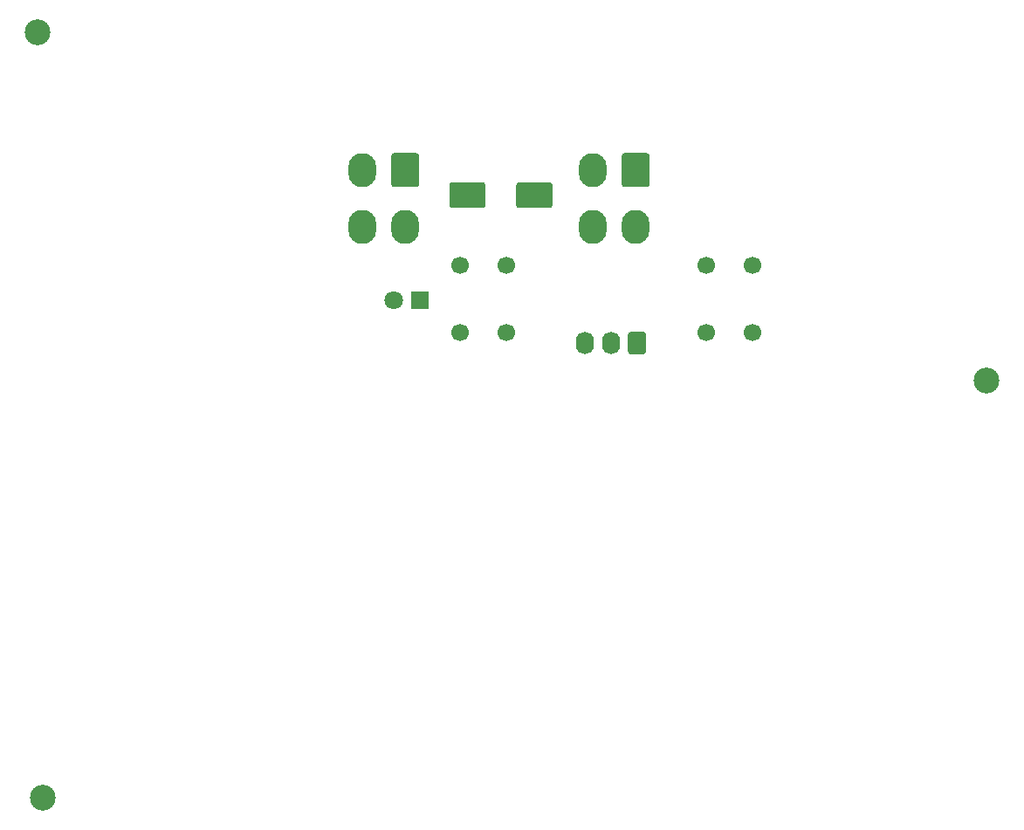
<source format=gbr>
%TF.GenerationSoftware,KiCad,Pcbnew,(5.1.12-1-10_14)*%
%TF.CreationDate,2021-11-28T14:14:31+11:00*%
%TF.ProjectId,ewi_v3-right,6577695f-7633-42d7-9269-6768742e6b69,rev?*%
%TF.SameCoordinates,Original*%
%TF.FileFunction,Soldermask,Bot*%
%TF.FilePolarity,Negative*%
%FSLAX46Y46*%
G04 Gerber Fmt 4.6, Leading zero omitted, Abs format (unit mm)*
G04 Created by KiCad (PCBNEW (5.1.12-1-10_14)) date 2021-11-28 14:14:31*
%MOMM*%
%LPD*%
G01*
G04 APERTURE LIST*
%ADD10C,1.700000*%
%ADD11O,1.740000X2.190000*%
%ADD12O,2.700000X3.300000*%
%ADD13C,2.500000*%
%ADD14C,1.800000*%
%ADD15R,1.800000X1.800000*%
G04 APERTURE END LIST*
D10*
%TO.C,SW2*%
X148842849Y-82075596D03*
X148842849Y-88575596D03*
X144342849Y-82075596D03*
X144342849Y-88575596D03*
%TD*%
%TO.C,SW1*%
X168223049Y-88603396D03*
X168223049Y-82103396D03*
X172723049Y-88603396D03*
X172723049Y-82103396D03*
%TD*%
D11*
%TO.C,J3*%
X156451300Y-89623143D03*
X158991300Y-89623143D03*
G36*
G01*
X162401300Y-88778142D02*
X162401300Y-90468144D01*
G75*
G02*
X162151301Y-90718143I-249999J0D01*
G01*
X160911299Y-90718143D01*
G75*
G02*
X160661300Y-90468144I0J249999D01*
G01*
X160661300Y-88778142D01*
G75*
G02*
X160911299Y-88528143I249999J0D01*
G01*
X162151301Y-88528143D01*
G75*
G02*
X162401300Y-88778142I0J-249999D01*
G01*
G37*
%TD*%
D12*
%TO.C,J2*%
X134861300Y-78344144D03*
X139061300Y-78344144D03*
X134861300Y-72844144D03*
G36*
G01*
X140411300Y-71444145D02*
X140411300Y-74244143D01*
G75*
G02*
X140161299Y-74494144I-250001J0D01*
G01*
X137961301Y-74494144D01*
G75*
G02*
X137711300Y-74244143I0J250001D01*
G01*
X137711300Y-71444145D01*
G75*
G02*
X137961301Y-71194144I250001J0D01*
G01*
X140161299Y-71194144D01*
G75*
G02*
X140411300Y-71444145I0J-250001D01*
G01*
G37*
%TD*%
%TO.C,J1*%
X157213300Y-78344144D03*
X161413300Y-78344144D03*
X157213300Y-72844144D03*
G36*
G01*
X162763300Y-71444145D02*
X162763300Y-74244143D01*
G75*
G02*
X162513299Y-74494144I-250001J0D01*
G01*
X160313301Y-74494144D01*
G75*
G02*
X160063300Y-74244143I0J250001D01*
G01*
X160063300Y-71444145D01*
G75*
G02*
X160313301Y-71194144I250001J0D01*
G01*
X162513299Y-71194144D01*
G75*
G02*
X162763300Y-71444145I0J-250001D01*
G01*
G37*
%TD*%
D13*
%TO.C,H3*%
X103873299Y-133692144D03*
%TD*%
%TO.C,H2*%
X195440298Y-93273658D03*
%TD*%
%TO.C,H1*%
X103365299Y-59502298D03*
%TD*%
D14*
%TO.C,D1*%
X137909300Y-85432143D03*
D15*
X140449300Y-85432143D03*
%TD*%
%TO.C,C1*%
G36*
G01*
X146823300Y-74272144D02*
X146823300Y-76272144D01*
G75*
G02*
X146573300Y-76522144I-250000J0D01*
G01*
X143573300Y-76522144D01*
G75*
G02*
X143323300Y-76272144I0J250000D01*
G01*
X143323300Y-74272144D01*
G75*
G02*
X143573300Y-74022144I250000J0D01*
G01*
X146573300Y-74022144D01*
G75*
G02*
X146823300Y-74272144I0J-250000D01*
G01*
G37*
G36*
G01*
X153323300Y-74272144D02*
X153323300Y-76272144D01*
G75*
G02*
X153073300Y-76522144I-250000J0D01*
G01*
X150073300Y-76522144D01*
G75*
G02*
X149823300Y-76272144I0J250000D01*
G01*
X149823300Y-74272144D01*
G75*
G02*
X150073300Y-74022144I250000J0D01*
G01*
X153073300Y-74022144D01*
G75*
G02*
X153323300Y-74272144I0J-250000D01*
G01*
G37*
%TD*%
M02*

</source>
